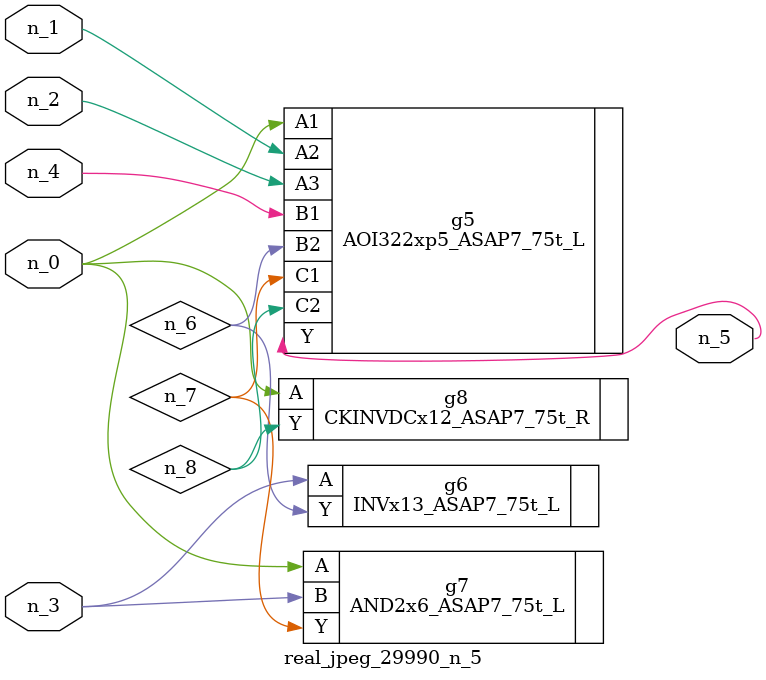
<source format=v>
module real_jpeg_29990_n_5 (n_4, n_0, n_1, n_2, n_3, n_5);

input n_4;
input n_0;
input n_1;
input n_2;
input n_3;

output n_5;

wire n_8;
wire n_6;
wire n_7;

AOI322xp5_ASAP7_75t_L g5 ( 
.A1(n_0),
.A2(n_1),
.A3(n_2),
.B1(n_4),
.B2(n_6),
.C1(n_7),
.C2(n_8),
.Y(n_5)
);

AND2x6_ASAP7_75t_L g7 ( 
.A(n_0),
.B(n_3),
.Y(n_7)
);

CKINVDCx12_ASAP7_75t_R g8 ( 
.A(n_0),
.Y(n_8)
);

INVx13_ASAP7_75t_L g6 ( 
.A(n_3),
.Y(n_6)
);


endmodule
</source>
